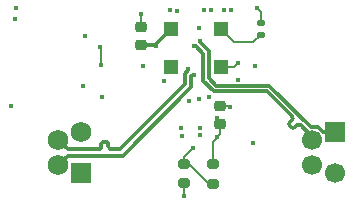
<source format=gtl>
%TF.GenerationSoftware,KiCad,Pcbnew,9.0.4*%
%TF.CreationDate,2026-02-10T01:39:37-05:00*%
%TF.ProjectId,main_board_peripheral_v3,6d61696e-5f62-46f6-9172-645f70657269,rev?*%
%TF.SameCoordinates,Original*%
%TF.FileFunction,Copper,L1,Top*%
%TF.FilePolarity,Positive*%
%FSLAX46Y46*%
G04 Gerber Fmt 4.6, Leading zero omitted, Abs format (unit mm)*
G04 Created by KiCad (PCBNEW 9.0.4) date 2026-02-10 01:39:37*
%MOMM*%
%LPD*%
G01*
G04 APERTURE LIST*
G04 Aperture macros list*
%AMRoundRect*
0 Rectangle with rounded corners*
0 $1 Rounding radius*
0 $2 $3 $4 $5 $6 $7 $8 $9 X,Y pos of 4 corners*
0 Add a 4 corners polygon primitive as box body*
4,1,4,$2,$3,$4,$5,$6,$7,$8,$9,$2,$3,0*
0 Add four circle primitives for the rounded corners*
1,1,$1+$1,$2,$3*
1,1,$1+$1,$4,$5*
1,1,$1+$1,$6,$7*
1,1,$1+$1,$8,$9*
0 Add four rect primitives between the rounded corners*
20,1,$1+$1,$2,$3,$4,$5,0*
20,1,$1+$1,$4,$5,$6,$7,0*
20,1,$1+$1,$6,$7,$8,$9,0*
20,1,$1+$1,$8,$9,$2,$3,0*%
G04 Aperture macros list end*
%TA.AperFunction,ComponentPad*%
%ADD10R,1.700000X1.700000*%
%TD*%
%TA.AperFunction,ComponentPad*%
%ADD11C,1.731000*%
%TD*%
%TA.AperFunction,SMDPad,CuDef*%
%ADD12RoundRect,0.135000X-0.185000X0.135000X-0.185000X-0.135000X0.185000X-0.135000X0.185000X0.135000X0*%
%TD*%
%TA.AperFunction,SMDPad,CuDef*%
%ADD13RoundRect,0.225000X0.250000X-0.225000X0.250000X0.225000X-0.250000X0.225000X-0.250000X-0.225000X0*%
%TD*%
%TA.AperFunction,SMDPad,CuDef*%
%ADD14RoundRect,0.200000X0.275000X-0.200000X0.275000X0.200000X-0.275000X0.200000X-0.275000X-0.200000X0*%
%TD*%
%TA.AperFunction,SMDPad,CuDef*%
%ADD15R,1.200000X1.300000*%
%TD*%
%TA.AperFunction,ComponentPad*%
%ADD16C,1.700000*%
%TD*%
%TA.AperFunction,ViaPad*%
%ADD17C,0.450000*%
%TD*%
%TA.AperFunction,Conductor*%
%ADD18C,0.200000*%
%TD*%
%TA.AperFunction,Conductor*%
%ADD19C,0.300000*%
%TD*%
%TA.AperFunction,Conductor*%
%ADD20C,0.350000*%
%TD*%
G04 APERTURE END LIST*
D10*
%TO.P,J2,1*%
%TO.N,Net-(F1-Pad1)*%
X105000000Y-94500000D03*
D11*
%TO.P,J2,2*%
%TO.N,USB_D_N*%
X103050000Y-93875000D03*
%TO.P,J2,3*%
%TO.N,GND*%
X105000000Y-91100000D03*
%TO.P,J2,4*%
%TO.N,USB_D_P*%
X103050000Y-91725000D03*
%TD*%
D12*
%TO.P,R1,1*%
%TO.N,LED_CONTROL*%
X120200000Y-81820000D03*
%TO.P,R1,2*%
%TO.N,Net-(D2-DIN)*%
X120200000Y-82840000D03*
%TD*%
D13*
%TO.P,C5,1*%
%TO.N,5V_BOOST*%
X110090000Y-83705000D03*
%TO.P,C5,2*%
%TO.N,GND*%
X110090000Y-82155000D03*
%TD*%
D14*
%TO.P,R3,1*%
%TO.N,GND*%
X113710000Y-95405000D03*
%TO.P,R3,2*%
%TO.N,Net-(PS1-FB)*%
X113710000Y-93755000D03*
%TD*%
D15*
%TO.P,D2,1,GND*%
%TO.N,GND*%
X116810000Y-85560000D03*
%TO.P,D2,2,DIN*%
%TO.N,Net-(D2-DIN)*%
X116810000Y-82360000D03*
%TO.P,D2,3,VDD*%
%TO.N,5V_BOOST*%
X112610000Y-82360000D03*
%TO.P,D2,4,DOUT*%
%TO.N,unconnected-(D2-DOUT-Pad4)*%
X112610000Y-85560000D03*
%TD*%
D10*
%TO.P,J3,1*%
%TO.N,RX_P*%
X126500000Y-91100000D03*
D16*
%TO.P,J3,2*%
%TO.N,RX_N*%
X124550000Y-91725000D03*
%TO.P,J3,3*%
%TO.N,TX_P*%
X126500000Y-94500000D03*
%TO.P,J3,4*%
%TO.N,TX_N*%
X124550000Y-93875000D03*
%TD*%
D13*
%TO.P,C6,1*%
%TO.N,5V_BOOST*%
X116770000Y-90405000D03*
%TO.P,C6,2*%
%TO.N,GND*%
X116770000Y-88855000D03*
%TD*%
D14*
%TO.P,R2,1*%
%TO.N,Net-(PS1-FB)*%
X116180000Y-95425000D03*
%TO.P,R2,2*%
%TO.N,5V_BOOST*%
X116180000Y-93775000D03*
%TD*%
D17*
%TO.N,5V_BOOST*%
X111290000Y-83760000D03*
X116530000Y-91510000D03*
X116490000Y-89910000D03*
%TO.N,Net-(D1-K)*%
X99500000Y-80550000D03*
%TO.N,USB_D_N*%
X114518269Y-86220351D03*
%TO.N,USB_D_P*%
X114058649Y-85760731D03*
%TO.N,RX_N*%
X114578190Y-83795810D03*
%TO.N,RX_P*%
X115037810Y-83336190D03*
%TO.N,GND*%
X117610000Y-88930000D03*
X112530000Y-80770000D03*
X99060000Y-88900000D03*
X119750000Y-85500000D03*
X119540000Y-92000000D03*
X115400000Y-80770000D03*
X118250000Y-85250000D03*
X115040000Y-91290000D03*
X117060000Y-80690000D03*
X111974924Y-86775076D03*
X110030331Y-81078526D03*
X113520000Y-91360000D03*
X106720000Y-88090000D03*
X117690000Y-80740000D03*
X110250000Y-85500000D03*
X115000000Y-88300000D03*
X118230000Y-86620000D03*
X105160000Y-87130000D03*
X113460000Y-90720000D03*
X113680000Y-96520000D03*
X115050000Y-90730000D03*
X113080000Y-80820000D03*
%TO.N,LED_CONTROL*%
X119860000Y-80530000D03*
%TO.N,3.3V*%
X115000000Y-82250000D03*
X115810000Y-88100000D03*
X114090000Y-88430000D03*
%TO.N,USB_5V*%
X116000000Y-80772000D03*
X106710000Y-85420000D03*
X106550000Y-83880000D03*
X99400000Y-81500000D03*
X105300000Y-82900000D03*
%TO.N,Net-(PS1-FB)*%
X114460000Y-92450000D03*
%TD*%
D18*
%TO.N,5V_BOOST*%
X116770000Y-90405000D02*
X116770000Y-91270000D01*
X116770000Y-90405000D02*
X116770000Y-90190000D01*
D19*
X111265000Y-83705000D02*
X112610000Y-82360000D01*
D18*
X116530000Y-91510000D02*
X116530000Y-91550000D01*
X116770000Y-91270000D02*
X116530000Y-91510000D01*
X116180000Y-91900000D02*
X116180000Y-93775000D01*
X116770000Y-90190000D02*
X116490000Y-89910000D01*
D19*
X110090000Y-83705000D02*
X111265000Y-83705000D01*
D18*
X116530000Y-91550000D02*
X116180000Y-91900000D01*
%TO.N,Net-(D2-DIN)*%
X117920000Y-83470000D02*
X119570000Y-83470000D01*
X119570000Y-83470000D02*
X120200000Y-82840000D01*
X116810000Y-82360000D02*
X117920000Y-83470000D01*
D20*
%TO.N,USB_D_N*%
X103849020Y-93075980D02*
X108505223Y-93075980D01*
X114326980Y-86342315D02*
X114448944Y-86220351D01*
X114448944Y-86220351D02*
X114518269Y-86220351D01*
X108505223Y-93075980D02*
X114326980Y-87254223D01*
X114326980Y-87254223D02*
X114326980Y-86342315D01*
X103050000Y-93875000D02*
X103849020Y-93075980D01*
%TO.N,USB_D_P*%
X109196238Y-91605760D02*
X109421586Y-91380414D01*
X107305238Y-92105355D02*
X107305238Y-92285000D01*
X106705238Y-92285000D02*
X106705238Y-92105355D01*
X108277000Y-92525000D02*
X109196238Y-91605760D01*
X106945238Y-91865355D02*
X107065238Y-91865355D01*
X107665238Y-92525000D02*
X108277000Y-92525000D01*
X103050000Y-91725000D02*
X103850000Y-92525000D01*
X114058649Y-85831442D02*
X114058649Y-85760731D01*
X113776000Y-86114091D02*
X114058649Y-85831442D01*
X107545238Y-92525000D02*
X107665238Y-92525000D01*
X109421586Y-91380414D02*
X113776000Y-87026000D01*
X113776000Y-87026000D02*
X113776000Y-86114091D01*
X103850000Y-92525000D02*
X106465238Y-92525000D01*
X106705238Y-92105355D02*
G75*
G02*
X106945238Y-91865438I239962J-45D01*
G01*
X107305238Y-92285000D02*
G75*
G03*
X107545238Y-92524962I239962J0D01*
G01*
X107065238Y-91865355D02*
G75*
G02*
X107305245Y-92105355I-38J-240045D01*
G01*
X106465238Y-92525000D02*
G75*
G03*
X106705200Y-92285000I-38J240000D01*
G01*
D19*
%TO.N,RX_N*%
X115320000Y-86717554D02*
X115320000Y-84431554D01*
X122826420Y-89729974D02*
X122741568Y-89645122D01*
X124550000Y-91725000D02*
X124550000Y-91453554D01*
X123250685Y-90493651D02*
X123102078Y-90642255D01*
X122219443Y-89122997D02*
X120722446Y-87626000D01*
X122762668Y-90642256D02*
X122677815Y-90557403D01*
X122741568Y-89645122D02*
X122219443Y-89122997D01*
X122677815Y-90217991D02*
X122826419Y-90069384D01*
X120722446Y-87626000D02*
X116228446Y-87626000D01*
X116228446Y-87626000D02*
X115320000Y-86717554D01*
X114684256Y-83795810D02*
X114578190Y-83795810D01*
X124550000Y-91453554D02*
X123590097Y-90493651D01*
X115320000Y-84431554D02*
X114684256Y-83795810D01*
X123102078Y-90642255D02*
G75*
G02*
X122762696Y-90642229I-169678J169655D01*
G01*
X123590097Y-90493651D02*
G75*
G03*
X123250685Y-90493651I-169706J-169701D01*
G01*
X122826419Y-90069384D02*
G75*
G03*
X122826399Y-89729995I-169719J169684D01*
G01*
X122677815Y-90557403D02*
G75*
G02*
X122677818Y-90217994I169685J169703D01*
G01*
%TO.N,RX_P*%
X115820000Y-84224446D02*
X115820000Y-86510446D01*
X120929554Y-87126000D02*
X124427554Y-90624000D01*
X125006050Y-90624000D02*
X125482050Y-91100000D01*
X115037810Y-83336190D02*
X115037810Y-83442256D01*
X124427554Y-90624000D02*
X125006050Y-90624000D01*
X125482050Y-91100000D02*
X126500000Y-91100000D01*
X115820000Y-86510446D02*
X116435554Y-87126000D01*
X115037810Y-83442256D02*
X115820000Y-84224446D01*
X116435554Y-87126000D02*
X120929554Y-87126000D01*
D18*
%TO.N,GND*%
X110090000Y-81138195D02*
X110090000Y-82135000D01*
X110090000Y-82135000D02*
X110000000Y-82225000D01*
X116810000Y-85560000D02*
X117940000Y-85560000D01*
X113710000Y-96490000D02*
X113680000Y-96520000D01*
X113710000Y-95405000D02*
X113710000Y-96490000D01*
X110030331Y-81078526D02*
X110090000Y-81138195D01*
X117940000Y-85560000D02*
X118250000Y-85250000D01*
X106700000Y-88070000D02*
X106720000Y-88090000D01*
X116770000Y-88855000D02*
X117535000Y-88855000D01*
X117535000Y-88855000D02*
X117610000Y-88930000D01*
%TO.N,LED_CONTROL*%
X119860000Y-80530000D02*
X120200000Y-80870000D01*
X120200000Y-80870000D02*
X120200000Y-81820000D01*
%TO.N,USB_5V*%
X106710000Y-85420000D02*
X106700000Y-85410000D01*
X106700000Y-84030000D02*
X106550000Y-83880000D01*
X106700000Y-85410000D02*
X106700000Y-84030000D01*
%TO.N,Net-(PS1-FB)*%
X113710000Y-93200000D02*
X113710000Y-93755000D01*
X114460000Y-92450000D02*
X113710000Y-93200000D01*
X114145000Y-93755000D02*
X115815000Y-95425000D01*
X113710000Y-93755000D02*
X114145000Y-93755000D01*
X115815000Y-95425000D02*
X116180000Y-95425000D01*
%TD*%
M02*

</source>
